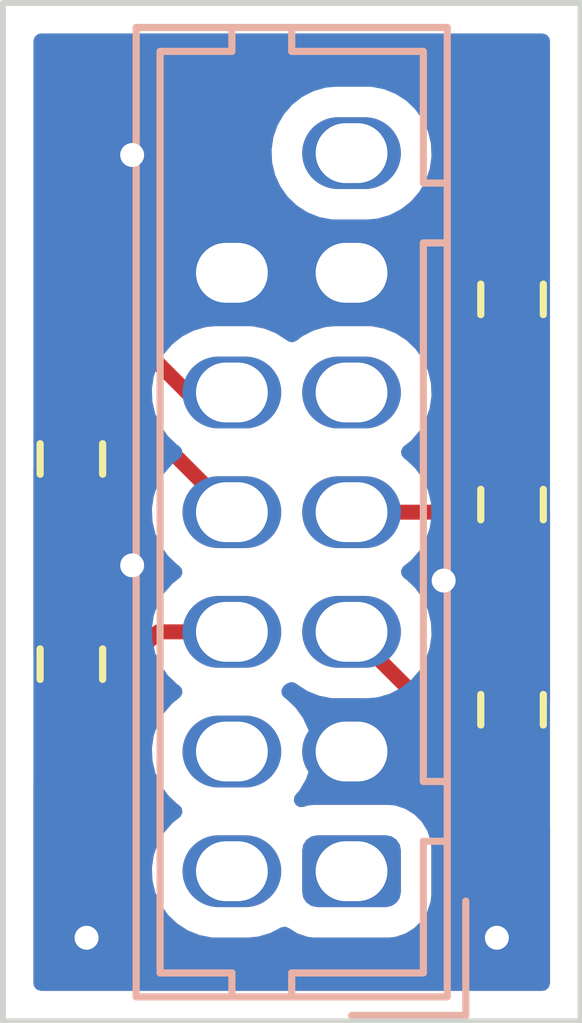
<source format=kicad_pcb>
(kicad_pcb (version 20211014) (generator pcbnew)
  (layers (0 "F.Cu" signal) (31 "B.Cu" signal) (38 "B.Mask" user) (39 "F.Mask" user) (44 "Edge.Cuts" user))
  (net 0 "")
  (net 3 "Net-(J1-Pad11)")
  (net 5 "Net-(J1-Pad5)")
  (net 6 "Net-(J1-Pad6)")
  (net 7 "Net-(J1-Pad7)")
  (net 8 "Net-(J1-Pad8)")
  (net 11 "Net-(J1-Pad10)")
  (footprint "Resistor_SMD:R_0603_1608Metric_Pad0.98x0.95mm_HandSolder" (layer "F.Cu") (at 147.447 94.361 -90)
    (fp_text reference "R4" hide)
    (fp_text value "47k" hide)
    (fp_line (start -0.254724 -0.5225) (end 0.254724 -0.5225) (layer "F.SilkS") (width 0.12))
    (fp_line (start -0.254724 0.5225) (end 0.254724 0.5225) (layer "F.SilkS") (width 0.12))
    (pad "1" smd roundrect (at -0.9125 0 270) (size 0.975 0.95) (layers "F.Cu" "F.Paste" "F.Mask") (net 7 "Net-(J1-Pad7)"))
    (pad "2" smd roundrect (at 0.9125 0 270) (size 0.975 0.95) (layers "F.Cu" "F.Paste" "F.Mask") (net 3 "Net-(J1-Pad11)"))
  )
  (footprint "Resistor_SMD:R_0603_1608Metric_Pad0.98x0.95mm_HandSolder" (layer "F.Cu") (at 147.447 97.79 90)
    (fp_text reference "R3" hide)
    (fp_text value "10k" hide)
    (fp_line (start -0.254724 -0.5225) (end 0.254724 -0.5225) (layer "F.SilkS") (width 0.12))
    (fp_line (start -0.254724 0.5225) (end 0.254724 0.5225) (layer "F.SilkS") (width 0.12))
    (pad "1" smd roundrect (at -0.9125 0 90) (size 0.975 0.95) (layers "F.Cu" "F.Paste" "F.Mask") (net 5 "Net-(J1-Pad5)"))
    (pad "2" smd roundrect (at 0.9125 0 90) (size 0.975 0.95) (layers "F.Cu" "F.Paste" "F.Mask") (net 3 "Net-(J1-Pad11)"))
  )
  (footprint "Resistor_SMD:R_0603_1608Metric_Pad0.98x0.95mm_HandSolder" (layer "F.Cu") (at 147.447 90.932 90)
    (fp_text reference "R2" hide)
    (fp_text value "22k" hide)
    (fp_line (start -0.254724 0.5225) (end 0.254724 0.5225) (layer "F.SilkS") (width 0.12))
    (fp_line (start -0.254724 -0.5225) (end 0.254724 -0.5225) (layer "F.SilkS") (width 0.12))
    (pad "1" smd roundrect (at -0.9125 0 90) (size 0.975 0.95) (layers "F.Cu" "F.Paste" "F.Mask") (net 7 "Net-(J1-Pad7)"))
    (pad "2" smd roundrect (at 0.9125 0 90) (size 0.975 0.95) (layers "F.Cu" "F.Paste" "F.Mask") (net 11 "Net-(J1-Pad10)"))
  )
  (footprint "Resistor_SMD:R_0603_1608Metric_Pad0.98x0.95mm_HandSolder" (layer "F.Cu") (at 140.081 97.028 -90)
    (fp_text reference "R1" hide)
    (fp_text value "10k" hide)
    (fp_line (start -0.254724 0.5225) (end 0.254724 0.5225) (layer "F.SilkS") (width 0.12))
    (fp_line (start -0.254724 -0.5225) (end 0.254724 -0.5225) (layer "F.SilkS") (width 0.12))
    (pad "1" smd roundrect (at -0.9125 0 270) (size 0.975 0.95) (layers "F.Cu" "F.Paste" "F.Mask") (net 3 "Net-(J1-Pad11)"))
    (pad "2" smd roundrect (at 0.9125 0 270) (size 0.975 0.95) (layers "F.Cu" "F.Paste" "F.Mask") (net 6 "Net-(J1-Pad6)"))
  )
  (footprint "Resistor_SMD:R_0603_1608Metric_Pad0.98x0.95mm_HandSolder" (layer "F.Cu") (at 140.081 93.599 -90)
    (fp_text reference "R5" hide)
    (fp_text value "10k" hide)
    (fp_line (start -0.254724 -0.5225) (end 0.254724 -0.5225) (layer "F.SilkS") (width 0.12))
    (fp_line (start -0.254724 0.5225) (end 0.254724 0.5225) (layer "F.SilkS") (width 0.12))
    (pad "1" smd roundrect (at -0.9125 0 270) (size 0.975 0.95) (layers "F.Cu" "F.Paste" "F.Mask") (net 8 "Net-(J1-Pad8)"))
    (pad "2" smd roundrect (at 0.9125 0 270) (size 0.975 0.95) (layers "F.Cu" "F.Paste" "F.Mask") (net 3 "Net-(J1-Pad11)"))
  )
  (footprint "Connector_Hirose:Hirose_DF11-14DP-2DSA_2x07_P2.00mm_Vertical" (layer "B.Cu") (at 144.764 100.488 90)
    (fp_text reference "J1" hide)
    (fp_text value "too Xbox" hide)
    (fp_line (start -1.7 -3.2) (end 13.7 -3.2) (layer "B.SilkS") (width 0.12))
    (fp_line (start -2.1 -2) (end -1.7 -2) (layer "B.SilkS") (width 0.12))
    (fp_line (start 11.5 1.2) (end 11.5 1.6) (layer "B.SilkS") (width 0.12))
    (fp_line (start -2.41 1.91) (end -0.5 1.91) (layer "B.SilkS") (width 0.12))
    (fp_line (start -1.7 1.2) (end 0.5 1.2) (layer "B.SilkS") (width 0.12))
    (fp_line (start 13.7 -3.2) (end 13.7 -2) (layer "B.SilkS") (width 0.12))
    (fp_line (start 13.7 -1) (end 13.7 1.2) (layer "B.SilkS") (width 0.12))
    (fp_line (start 14.1 -3.6) (end 14.1 1.6) (layer "B.SilkS") (width 0.12))
    (fp_line (start 13.7 -2) (end 14.1 -2) (layer "B.SilkS") (width 0.12))
    (fp_line (start 1.5 1.6) (end 1.5 1.2) (layer "B.SilkS") (width 0.12))
    (fp_line (start -2.1 -3.6) (end 14.1 -3.6) (layer "B.SilkS") (width 0.12))
    (fp_line (start -2.1 -1) (end -1.7 -1) (layer "B.SilkS") (width 0.12))
    (fp_line (start 10.5 1.2) (end 10.5 1.6) (layer "B.SilkS") (width 0.12))
    (fp_line (start -1.7 -2) (end -1.7 -3.2) (layer "B.SilkS") (width 0.12))
    (fp_line (start 14.1 1.6) (end -2.1 1.6) (layer "B.SilkS") (width 0.12))
    (fp_line (start -2.1 1.6) (end -2.1 -3.6) (layer "B.SilkS") (width 0.12))
    (fp_line (start 14.1 -1) (end 13.7 -1) (layer "B.SilkS") (width 0.12))
    (fp_line (start -2.41 0) (end -2.41 1.91) (layer "B.SilkS") (width 0.12))
    (fp_line (start 1.5 1.2) (end 10.5 1.2) (layer "B.SilkS") (width 0.12))
    (fp_line (start 13.7 1.2) (end 11.5 1.2) (layer "B.SilkS") (width 0.12))
    (fp_line (start -1.7 -1) (end -1.7 1.2) (layer "B.SilkS") (width 0.12))
    (fp_line (start 0.5 1.2) (end 0.5 1.6) (layer "B.SilkS") (width 0.12))
    (pad "1" thru_hole roundrect (at 0 0 90) (size 1.2 1.65) (drill oval 1 1.2) (layers *.Cu *.Mask) (roundrect_rratio 0.2083333333))
    (pad "2" thru_hole oval (at 0 -2 90) (size 1.2 1.65) (drill oval 1 1.2) (layers *.Cu *.Mask))
    (pad "3" thru_hole oval (at 2 0 90) (size 1.2 1.65) (drill oval 1 1.2) (layers *.Cu *.Mask) (net 3 "Net-(J1-Pad11)"))
    (pad "4" thru_hole oval (at 2 -2 90) (size 1.2 1.65) (drill oval 1 1.2) (layers *.Cu *.Mask))
    (pad "5" thru_hole oval (at 4 0 90) (size 1.2 1.65) (drill oval 1 1.2) (layers *.Cu *.Mask) (net 5 "Net-(J1-Pad5)"))
    (pad "6" thru_hole oval (at 4 -2 90) (size 1.2 1.65) (drill oval 1 1.2) (layers *.Cu *.Mask) (net 6 "Net-(J1-Pad6)"))
    (pad "7" thru_hole oval (at 6 0 90) (size 1.2 1.65) (drill oval 1 1.2) (layers *.Cu *.Mask) (net 7 "Net-(J1-Pad7)"))
    (pad "8" thru_hole oval (at 6 -2 90) (size 1.2 1.65) (drill oval 1 1.2) (layers *.Cu *.Mask) (net 8 "Net-(J1-Pad8)"))
    (pad "9" thru_hole oval (at 8 0 90) (size 1.2 1.65) (drill oval 1 1.2) (layers *.Cu *.Mask))
    (pad "10" thru_hole oval (at 8 -2 90) (size 1.2 1.65) (drill oval 1 1.2) (layers *.Cu *.Mask) (net 11 "Net-(J1-Pad10)"))
    (pad "11" thru_hole oval (at 10 0 90) (size 1.2 1.65) (drill oval 1 1.2) (layers *.Cu *.Mask) (net 3 "Net-(J1-Pad11)"))
    (pad "12" thru_hole oval (at 10 -2 90) (size 1.2 1.65) (drill oval 1 1.2) (layers *.Cu *.Mask) (net 3 "Net-(J1-Pad11)"))
    (pad "13" thru_hole oval (at 12 0 90) (size 1.2 1.65) (drill oval 1 1.2) (layers *.Cu *.Mask))
  )
  (gr_line (start 138.938 85.979) (end 148.59 85.979) (layer "Edge.Cuts") (width 0.1))
  (gr_line (start 138.938 85.979) (end 138.938 102.997) (layer "Edge.Cuts") (width 0.1))
  (gr_line (start 138.938 102.997) (end 148.59 102.997) (layer "Edge.Cuts") (width 0.1))
  (gr_line (start 148.59 85.979) (end 148.59 102.997) (layer "Edge.Cuts") (width 0.1))
  (via (at 146.304 95.631) (size 0.8) (drill 0.4) (layers "F.Cu" "B.Cu") (net 3))
  (via (at 141.097 95.377) (size 0.8) (drill 0.4) (layers "F.Cu" "B.Cu") (net 3))
  (via (at 141.097 88.519) (size 0.8) (drill 0.4) (layers "F.Cu" "B.Cu") (net 3))
  (via (at 147.193 101.6) (size 0.8) (drill 0.4) (layers "F.Cu" "B.Cu") (net 3))
  (via (at 140.335 101.6) (size 0.8) (drill 0.4) (layers "F.Cu" "B.Cu") (net 3))
  (segment (start 146.9785 98.7025) (end 144.764 96.488) (width 0.25) (layer "F.Cu") (net 5))
  (segment (start 147.447 98.7025) (end 146.9785 98.7025) (width 0.25) (layer "F.Cu") (net 5))
  (segment (start 141.5335 96.488) (end 140.081 97.9405) (width 0.25) (layer "F.Cu") (net 6))
  (segment (start 142.764 96.488) (end 141.5335 96.488) (width 0.25) (layer "F.Cu") (net 6))
  (segment (start 146.7885 94.488) (end 144.764 94.488) (width 0.25) (layer "F.Cu") (net 7))
  (segment (start 147.447 91.8445) (end 147.447 93.4485) (width 0.25) (layer "F.Cu") (net 7))
  (segment (start 147.828 93.4485) (end 146.7885 94.488) (width 0.25) (layer "F.Cu") (net 7))
  (segment (start 142.764 94.488) (end 140.9625 92.6865) (width 0.25) (layer "F.Cu") (net 8))
  (segment (start 140.9625 92.6865) (end 140.081 92.6865) (width 0.25) (layer "F.Cu") (net 8))
  (segment (start 142.018 92.488) (end 142.62298 92.488) (width 0.25) (layer "F.Cu") (net 11))
  (segment (start 139.7 90.17) (end 142.018 92.488) (width 0.25) (layer "F.Cu") (net 11))
  (segment (start 139.7 86.868) (end 147.447 86.868) (width 0.25) (layer "F.Cu") (net 11))
  (segment (start 147.447 86.868) (end 147.447 90.0195) (width 0.25) (layer "F.Cu") (net 11))
  (segment (start 139.7 86.868) (end 139.7 90.17) (width 0.25) (layer "F.Cu") (net 11))
  (zone (net 3) (net_name "Net-(J1-Pad11)") (layers F&B.Cu) (connect_pads yes (clearance 0.508)) (min_thickness 0.254) (fill yes (thermal_gap 0.508) (thermal_bridge_width 0.508))
    (polygon (pts (xy 139.065 86.106) (xy 148.463 86.106) (xy 148.463 102.87) (xy 139.065 102.87) (xy 138.938 85.979)))
  )
)
</source>
